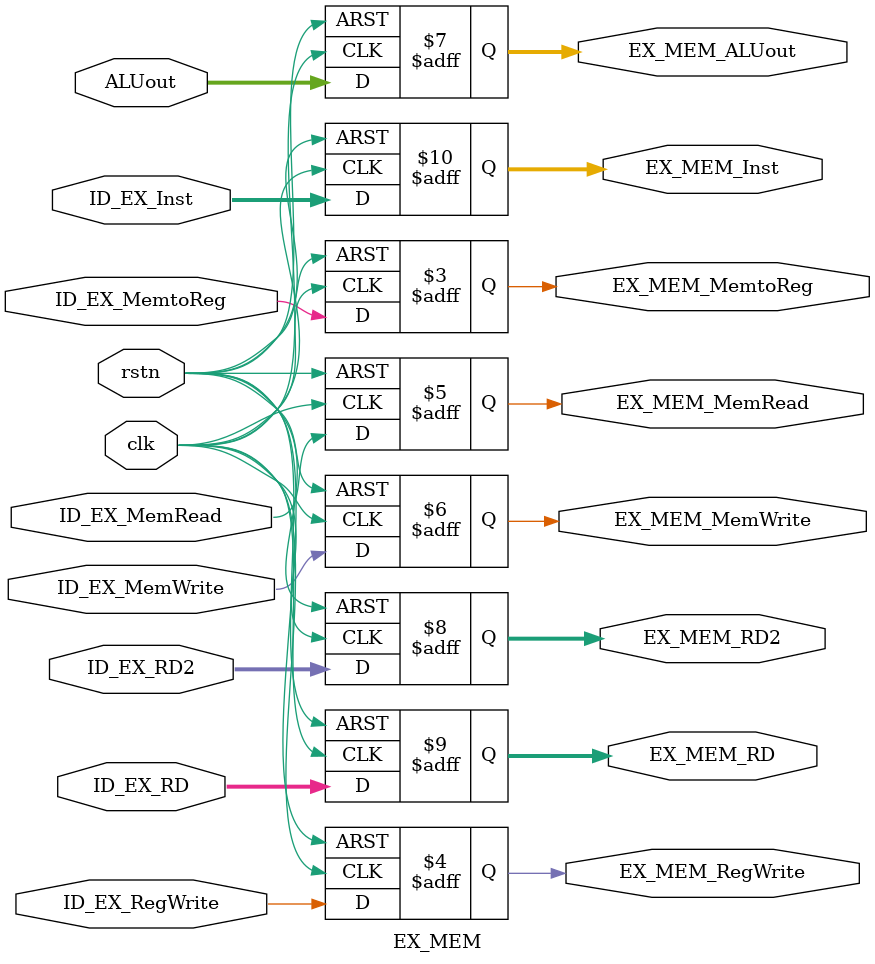
<source format=v>
`timescale 1ns / 1ps


module EX_MEM(
    input ID_EX_MemtoReg,
    input ID_EX_RegWrite,
    input ID_EX_MemRead,
    input ID_EX_MemWrite,
    input [31:0] ALUout,
    input [31:0] ID_EX_RD2,
    input [4:0] ID_EX_RD,
    input [31:0] ID_EX_Inst, 
    input clk,
    input rstn,
    output reg EX_MEM_MemtoReg,
    output reg EX_MEM_RegWrite,
    output reg EX_MEM_MemRead,
    output reg EX_MEM_MemWrite,
    output reg [31:0] EX_MEM_ALUout,
    output reg [31:0] EX_MEM_RD2,
    output reg [4:0] EX_MEM_RD,
    output reg [31:0] EX_MEM_Inst
    );

    always @(posedge clk or negedge rstn) begin
        if(!rstn) begin
            EX_MEM_MemtoReg <= 1'b0;
            EX_MEM_RegWrite <= 1'b0;
            EX_MEM_MemRead <= 1'b0;
            EX_MEM_MemWrite <= 1'b0;
            EX_MEM_ALUout <= 32'b0;
            EX_MEM_RD2 <= 32'b0;
            EX_MEM_RD <= 5'b0;
            EX_MEM_Inst <= 32'b0;
        end
        else begin
            EX_MEM_MemtoReg <= ID_EX_MemtoReg;
            EX_MEM_RegWrite <= ID_EX_RegWrite;
            EX_MEM_MemRead <= ID_EX_MemRead;
            EX_MEM_MemWrite <= ID_EX_MemWrite;
            EX_MEM_ALUout <= ALUout;
            EX_MEM_RD2 <= ID_EX_RD2;
            EX_MEM_RD <= ID_EX_RD;
            EX_MEM_Inst <= ID_EX_Inst;
        end
    end
endmodule

</source>
